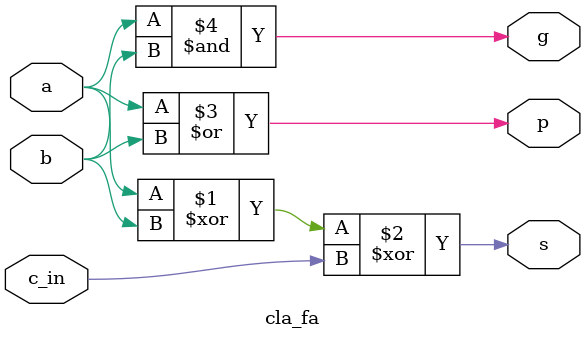
<source format=v>

module cla_fa(output p, g, s, input a, b, c_in);
	assign s = a^b^c_in;
	assign p = a | b;
	assign g = a & b;
endmodule
</source>
